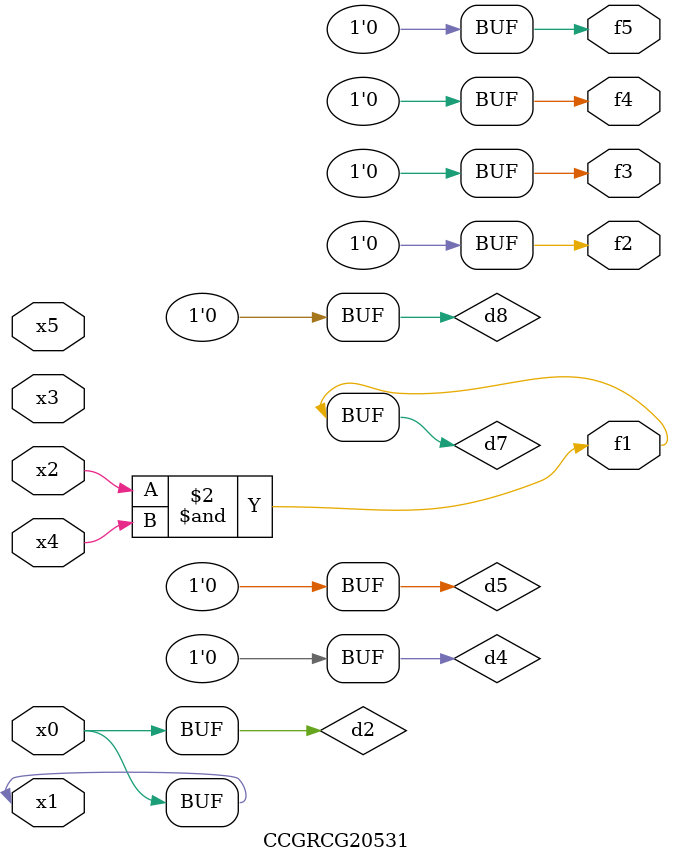
<source format=v>
module CCGRCG20531(
	input x0, x1, x2, x3, x4, x5,
	output f1, f2, f3, f4, f5
);

	wire d1, d2, d3, d4, d5, d6, d7, d8, d9;

	nand (d1, x1);
	buf (d2, x0, x1);
	nand (d3, x2, x4);
	and (d4, d1, d2);
	and (d5, d1, d2);
	nand (d6, d1, d3);
	not (d7, d3);
	xor (d8, d5);
	nor (d9, d5, d6);
	assign f1 = d7;
	assign f2 = d8;
	assign f3 = d8;
	assign f4 = d8;
	assign f5 = d8;
endmodule

</source>
